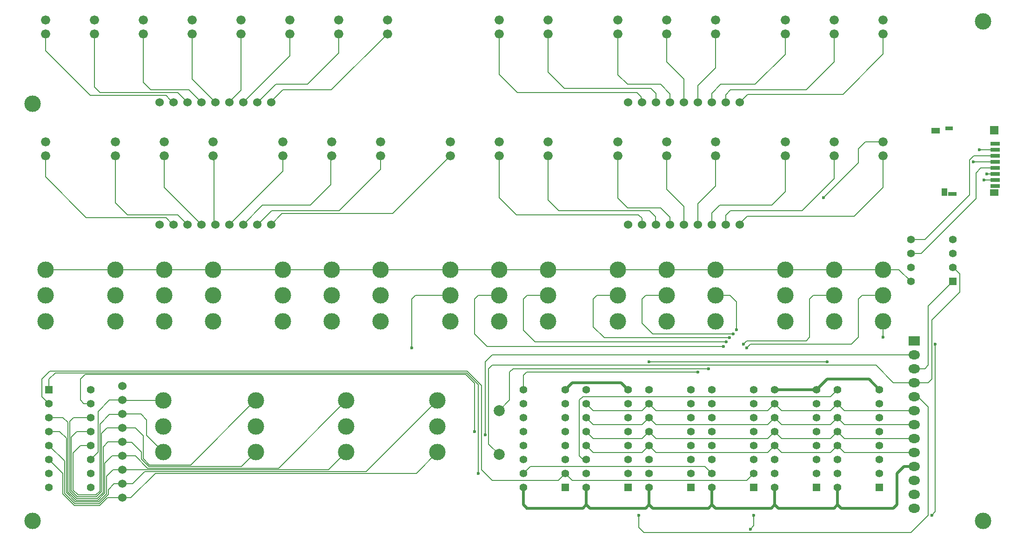
<source format=gtl>
G04*
G04 #@! TF.GenerationSoftware,Altium Limited,Altium Designer,21.4.1 (30)*
G04*
G04 Layer_Physical_Order=1*
G04 Layer_Color=255*
%FSLAX44Y44*%
%MOMM*%
G71*
G04*
G04 #@! TF.SameCoordinates,DE04AE30-6A1C-4D90-925E-84108EEAD676*
G04*
G04*
G04 #@! TF.FilePolarity,Positive*
G04*
G01*
G75*
%ADD17R,1.5000X0.8000*%
%ADD18R,1.4000X0.8000*%
%ADD19R,1.5000X1.3000*%
%ADD20R,1.5000X1.5000*%
%ADD21R,1.0000X1.4500*%
%ADD22R,1.5500X1.0000*%
%ADD23R,1.7500X0.7000*%
%ADD40C,0.1524*%
%ADD41C,0.5000*%
%ADD42C,1.5240*%
%ADD43R,1.3970X1.3970*%
%ADD44C,1.3970*%
%ADD45C,3.0000*%
%ADD46C,2.9997*%
%ADD47C,1.9990*%
%ADD48C,1.6764*%
G04:AMPARAMS|DCode=49|XSize=2.032mm|YSize=1.7272mm|CornerRadius=0.8636mm|HoleSize=0mm|Usage=FLASHONLY|Rotation=0.000|XOffset=0mm|YOffset=0mm|HoleType=Round|Shape=RoundedRectangle|*
%AMROUNDEDRECTD49*
21,1,2.0320,0.0000,0,0,0.0*
21,1,0.3048,1.7272,0,0,0.0*
1,1,1.7272,0.1524,0.0000*
1,1,1.7272,-0.1524,0.0000*
1,1,1.7272,-0.1524,0.0000*
1,1,1.7272,0.1524,0.0000*
%
%ADD49ROUNDEDRECTD49*%
%ADD50R,2.0320X1.7272*%
%ADD51C,0.6000*%
D17*
X1714000Y635500D02*
D03*
D18*
X1707500Y754750D02*
D03*
D19*
X1790000Y638000D02*
D03*
D20*
Y751500D02*
D03*
D21*
X1699000Y638750D02*
D03*
D22*
X1683250Y750750D02*
D03*
D23*
X1791250Y650000D02*
D03*
Y661000D02*
D03*
Y672000D02*
D03*
Y683000D02*
D03*
Y694000D02*
D03*
Y705000D02*
D03*
Y716000D02*
D03*
Y727000D02*
D03*
D40*
X277425Y259825D02*
X277750Y259500D01*
X203000Y260150D02*
X203325Y259825D01*
X277425D01*
X446500Y165500D02*
X446500D01*
X420246Y139246D02*
X446500Y165500D01*
X251504Y139246D02*
X420246D01*
X203000Y133150D02*
X578400D01*
X186150D02*
X203000D01*
X578400D02*
X610750Y165500D01*
X738304Y127054D02*
X776750Y165500D01*
X244352Y130102D02*
X647352D01*
X776750Y259500D01*
X263554Y127054D02*
X738304D01*
X218850Y82350D02*
X263554Y127054D01*
X203000Y82350D02*
X218850D01*
X222000Y107750D02*
X244352Y130102D01*
X203000Y107750D02*
X222000D01*
X241250Y153811D02*
X252766Y142294D01*
X327734D01*
X444939Y259500D01*
X238202Y152548D02*
X251504Y139246D01*
X226700Y158550D02*
X249052Y136198D01*
X487448D01*
X610750Y259500D01*
X203000Y158550D02*
X226700D01*
X444939Y259500D02*
X446500D01*
X175903Y82350D02*
X203000D01*
X162052Y68500D02*
X175903Y82350D01*
X115750Y68500D02*
X162052D01*
X188000Y107750D02*
X203000D01*
X177490Y97240D02*
X188000Y107750D01*
X177490Y88248D02*
Y97240D01*
X160977Y71735D02*
X177490Y88248D01*
X159824Y74892D02*
X174442Y89510D01*
X113500Y96613D02*
X122767Y87346D01*
X165298Y93298D02*
Y199548D01*
X168346Y92036D02*
Y175346D01*
X171394Y90773D02*
Y145394D01*
X121504Y84298D02*
X156298D01*
X155035Y87346D02*
X162250Y94560D01*
X122767Y87346D02*
X155035D01*
X174442Y89510D02*
Y121442D01*
X157561Y81250D02*
X168346Y92036D01*
X158621Y78000D02*
X171394Y90773D01*
X162250Y94560D02*
Y216750D01*
X156298Y84298D02*
X165298Y93298D01*
X120242Y81250D02*
X157561D01*
X117979Y74892D02*
X159824D01*
X119181Y78000D02*
X158621D01*
X116826Y71735D02*
X160977D01*
X174442Y121442D02*
X186150Y133150D01*
X184550Y158550D02*
X203000D01*
X171394Y145394D02*
X184550Y158550D01*
X241250Y153811D02*
Y195250D01*
X220500Y183500D02*
X238202Y165798D01*
Y152548D02*
Y165798D01*
X203450Y183500D02*
X220500D01*
X203000Y183950D02*
X203450Y183500D01*
X227000Y209500D02*
X241250Y195250D01*
X247500Y195750D02*
Y224250D01*
X237000Y234750D02*
X247500Y224250D01*
Y195750D02*
X277750Y165500D01*
X203000Y234750D02*
X237000D01*
X110452Y95351D02*
X121504Y84298D01*
X107404Y94088D02*
X120242Y81250D01*
X176950Y183950D02*
X203000D01*
X168346Y175346D02*
X176950Y183950D01*
X165298Y199548D02*
X175100Y209350D01*
X203000D01*
X203150Y209500D01*
X227000D01*
X104356Y92825D02*
X119181Y78000D01*
X98260Y90301D02*
X116826Y71735D01*
X95212Y89038D02*
X115750Y68500D01*
X101308Y91563D02*
X117979Y74892D01*
X162250Y216750D02*
X180000Y234500D01*
X159202Y239702D02*
X179650Y260150D01*
X159202Y165552D02*
Y239702D01*
X146050Y152400D02*
X159202Y165552D01*
X202750Y234500D02*
X203000Y234750D01*
X180000Y234500D02*
X202750D01*
X179650Y260150D02*
X203000D01*
X146050Y152400D02*
X146050D01*
X1409700Y639700D02*
Y704850D01*
X1385000Y615000D02*
X1409700Y639700D01*
X1310000Y605000D02*
X1440000D01*
X1340000Y595000D02*
X1535000D01*
X1440000Y605000D02*
X1498600Y663600D01*
X1301200Y580000D02*
Y596200D01*
X1535000Y595000D02*
X1587500Y647500D01*
X1301200Y596200D02*
X1310000Y605000D01*
X1326600Y581600D02*
X1340000Y595000D01*
X1290000Y615000D02*
X1385000D01*
X1275800Y600800D02*
X1290000Y615000D01*
X1275800Y580000D02*
Y600800D01*
X1479550Y628650D02*
X1543050Y692150D01*
Y717550D01*
X1498600Y663600D02*
Y704850D01*
X1587500Y647500D02*
Y704850D01*
X1663700Y552450D02*
X1744786Y633536D01*
Y697286D01*
X1638300Y552450D02*
X1663700D01*
X1326600Y580000D02*
Y581600D01*
X1250400Y580000D02*
Y617900D01*
X1282700Y650200D01*
Y704850D01*
X1193800Y643700D02*
X1225000Y612500D01*
Y580000D02*
Y612500D01*
X1193800Y643700D02*
Y704850D01*
X1199600Y580000D02*
Y592900D01*
X1122500Y610000D02*
X1182500D01*
X1199600Y592900D01*
X1104900Y627600D02*
X1122500Y610000D01*
X1104900Y627600D02*
Y704850D01*
X1172500Y595000D02*
X1173750Y593750D01*
Y580450D02*
Y593750D01*
Y580450D02*
X1174200Y580000D01*
X1172500Y595000D02*
X1172500D01*
X1162500Y605000D02*
X1172500Y595000D01*
X997500Y605000D02*
X1162500D01*
X977900Y624600D02*
X997500Y605000D01*
X977900Y624600D02*
Y704850D01*
X920000Y597500D02*
X1142500D01*
X1148800Y591200D01*
X889000Y628500D02*
X920000Y597500D01*
X1148800Y580000D02*
Y591200D01*
X889000Y628500D02*
Y704850D01*
X1514450Y816950D02*
X1587500Y890000D01*
X1326600Y802500D02*
X1341050Y816950D01*
X1514450D01*
X1275800Y802500D02*
Y818300D01*
X1292500Y835000D02*
X1355000D01*
X1275800Y818300D02*
X1292500Y835000D01*
X1355000D02*
X1409700Y889700D01*
Y927100D01*
X1301200Y802500D02*
Y816200D01*
X1310000Y825000D01*
X1447500D01*
X1498600Y876100D02*
Y927100D01*
X1447500Y825000D02*
X1498600Y876100D01*
X1587500Y890000D02*
Y927100D01*
X1250400Y802500D02*
Y832900D01*
X1282700Y865200D02*
Y927100D01*
X1250400Y832900D02*
X1282700Y865200D01*
X1165000Y827500D02*
X1174200Y818300D01*
X1007500Y827500D02*
X1165000D01*
X977900Y857100D02*
X1007500Y827500D01*
X1193800Y876200D02*
X1225000Y845000D01*
Y802500D02*
Y845000D01*
X1193800Y876200D02*
Y927100D01*
X1199600Y802500D02*
Y817900D01*
X1182500Y835000D02*
X1199600Y817900D01*
X1122500Y835000D02*
X1182500D01*
X1104900Y852600D02*
Y927100D01*
Y852600D02*
X1122500Y835000D01*
X1174200Y802500D02*
Y818300D01*
X922500Y820000D02*
X1140000D01*
X1147594Y803706D02*
X1148800Y802500D01*
X1140000Y820000D02*
X1147594Y812406D01*
X889000Y853500D02*
X922500Y820000D01*
X1147594Y803706D02*
Y812406D01*
X977900Y857100D02*
Y927100D01*
X889000Y853500D02*
Y927100D01*
X495300Y677400D02*
Y704850D01*
X397900Y580000D02*
X495300Y677400D01*
X582500Y703150D02*
X584200Y704850D01*
X582500Y652500D02*
Y703150D01*
X545000Y615000D02*
X582500Y652500D01*
X458300Y615000D02*
X545000D01*
X423300Y580000D02*
X458300Y615000D01*
X475000Y605000D02*
X597500D01*
X673100Y680600D01*
X450000Y580000D02*
X475000Y605000D01*
X494100Y600000D02*
X695250D01*
X474100Y580000D02*
X494100Y600000D01*
X695250D02*
X800100Y704850D01*
X448700Y580000D02*
X450000D01*
X673100Y680600D02*
Y704850D01*
X370400Y582100D02*
Y702750D01*
X368300Y704850D02*
X370400Y702750D01*
Y582100D02*
X372500Y580000D01*
X279400Y647700D02*
X347100Y580000D01*
X279400Y647700D02*
Y704850D01*
X212500Y597500D02*
X304200D01*
X321700Y580000D01*
X137500Y592500D02*
X282500D01*
X295000Y580000D01*
X296300D01*
X190500Y619500D02*
Y704850D01*
Y619500D02*
X212500Y597500D01*
X63500Y666500D02*
X137500Y592500D01*
X63500Y666500D02*
Y704850D01*
X474100Y804100D02*
X495000Y825000D01*
X474100Y802500D02*
Y804100D01*
X495000Y825000D02*
X583700D01*
X685800Y927100D01*
X448700Y802500D02*
X450000D01*
X482500Y835000D01*
X540000D01*
X596900Y891900D01*
Y927100D01*
X508000Y887200D02*
Y927100D01*
X423300Y802500D02*
X508000Y887200D01*
X397900Y802900D02*
X419100Y824100D01*
Y927100D01*
X397900Y802500D02*
Y802900D01*
X330200Y844800D02*
Y927100D01*
X352500Y822500D02*
X352500D01*
X330200Y844800D02*
X352500Y822500D01*
X352500D02*
X372500Y802500D01*
X241300Y838700D02*
Y927100D01*
X152500Y830000D02*
Y927000D01*
X152400Y927100D02*
X152500Y927000D01*
X372500Y802500D02*
Y802500D01*
X152500Y830000D02*
X162500Y820000D01*
X241300Y838700D02*
X255000Y825000D01*
X324600D02*
X347100Y802500D01*
X255000Y825000D02*
X324600D01*
X304200Y820000D02*
X321700Y802500D01*
X162500Y820000D02*
X304200D01*
X290000Y807500D02*
X291250Y806250D01*
X282500Y815000D02*
X290000Y807500D01*
X291250Y806250D02*
X292500Y805000D01*
X145000Y815000D02*
X282500D01*
X63500Y896500D02*
X145000Y815000D01*
X63500Y896500D02*
Y927100D01*
X1752500Y705000D02*
X1791250D01*
X1744786Y697286D02*
X1752500Y705000D01*
X1771500Y661000D02*
X1791250D01*
X1765750Y682750D02*
X1791250D01*
X1757000Y674000D02*
X1765750Y682750D01*
X1757000Y626700D02*
Y674000D01*
X1752250Y694000D02*
X1791250D01*
X1657350Y527050D02*
X1757000Y626700D01*
X1638300Y527050D02*
X1657350D01*
X1776250Y672000D02*
X1791250D01*
X1762500Y716000D02*
X1791250D01*
X1162050Y330200D02*
X1485900D01*
X1727200Y457200D02*
Y490300D01*
X1714500Y501650D02*
X1715850D01*
X1727200Y490300D01*
X1155700Y450850D02*
X1193800D01*
X1149350Y444500D02*
X1155700Y450850D01*
X1149350Y400050D02*
X1168400Y381000D01*
X1314750D01*
X1149350Y400050D02*
Y444500D01*
X1670050Y323850D02*
Y431800D01*
X1714500Y476250D01*
X844550Y203200D02*
Y290579D01*
X857250Y133350D02*
Y286500D01*
X81102Y309702D02*
X829737D01*
X828475Y306654D02*
X844550Y290579D01*
X850900Y127000D02*
Y288540D01*
X71450Y312750D02*
X831000D01*
X135204Y306654D02*
X828475D01*
X829737Y309702D02*
X850900Y288540D01*
X831000Y312750D02*
X857250Y286500D01*
X127000Y298450D02*
X135204Y306654D01*
X57150Y298450D02*
X71450Y312750D01*
X69850Y298450D02*
X81102Y309702D01*
X113500Y164300D02*
X127000Y177800D01*
X104356Y92825D02*
Y219494D01*
X95250Y228600D02*
X104356Y219494D01*
X98260Y90301D02*
Y149390D01*
X101308Y91563D02*
Y190792D01*
X69850Y152400D02*
X95212Y127038D01*
X110452Y193002D02*
X120650Y203200D01*
X113500Y96613D02*
Y164300D01*
X107404Y221704D02*
X114300Y228600D01*
X88900Y203200D02*
X101308Y190792D01*
X110452Y95351D02*
Y193002D01*
X95212Y89038D02*
Y127038D01*
X107404Y94088D02*
Y221704D01*
X69850Y177800D02*
X98260Y149390D01*
X120650Y203200D02*
X146050D01*
X1339850Y355600D02*
X1346200Y361950D01*
X1152450Y19050D02*
X1638300D01*
X1143000Y28500D02*
Y50800D01*
Y28500D02*
X1152450Y19050D01*
X933450Y279400D02*
Y305200D01*
X939400Y311150D02*
X1250950D01*
X933450Y305200D02*
X939400Y311150D01*
X57150Y266700D02*
X69850Y254000D01*
X869950Y180350D02*
X889000Y161300D01*
X1587500Y497850D02*
X1616700D01*
X1638300Y476250D01*
X1498600Y497850D02*
X1587500D01*
X1409700D02*
X1498600D01*
X1282700D02*
X1409700D01*
X1193800D02*
X1282700D01*
X1104900D02*
X1193800D01*
X977900D02*
X1104900D01*
X889000D02*
X977900D01*
X800100D02*
X889000D01*
X673100D02*
X800100D01*
X584200D02*
X673100D01*
X495300D02*
X584200D01*
X368300D02*
X495300D01*
X279400D02*
X368300D01*
X190500D02*
X279400D01*
X63500D02*
X190500D01*
X1321000Y388250D02*
Y439000D01*
X1309150Y450850D02*
X1321000Y439000D01*
X1282700Y450850D02*
X1309150D01*
X867300Y358250D02*
X1297000D01*
X844550Y381000D02*
X867300Y358250D01*
X1060450Y393700D02*
X1080650Y373500D01*
X1308250D01*
X933450Y387350D02*
X954300Y366500D01*
X1302250D01*
X114300Y228600D02*
X146050D01*
X127000Y177800D02*
X146050D01*
X69850Y203200D02*
X88900D01*
X69850Y228600D02*
X95250D01*
X908050Y260350D02*
Y311150D01*
X914400Y317500D02*
X1270000D01*
X908050Y311150D02*
X914400Y317500D01*
X889000Y241300D02*
X908050Y260350D01*
X1549400Y450850D02*
X1587500D01*
X1530350Y361950D02*
X1543050Y374650D01*
Y444500D01*
X1549400Y450850D01*
X1346200Y361950D02*
X1530350D01*
X1333500D02*
X1339850Y368300D01*
X1460500Y450850D02*
X1498600D01*
X1447800Y368300D02*
X1454150Y374650D01*
Y444500D01*
X1460500Y450850D01*
X1339850Y368300D02*
X1447800D01*
X1060450Y444500D02*
X1066800Y450850D01*
X1060450Y393700D02*
Y444500D01*
X1066800Y450850D02*
X1104900D01*
X939800D02*
X977900D01*
X933450Y387350D02*
Y444500D01*
X939800Y450850D01*
X844550Y444500D02*
X850900Y450850D01*
X844550Y381000D02*
Y444500D01*
X850900Y450850D02*
X889000D01*
X736600D02*
X800100D01*
X730250Y355600D02*
Y444500D01*
X736600Y450850D01*
X1676400Y406400D02*
X1727200Y457200D01*
X1676400Y298450D02*
Y406400D01*
X1670050Y292100D02*
X1676400Y298450D01*
X1644650Y292100D02*
X1670050D01*
X869950Y180350D02*
Y317500D01*
X876300Y323850D01*
X1574800D01*
X1606550Y292100D01*
X1644650D01*
X1663700Y317500D02*
X1670050Y323850D01*
X1644650Y317500D02*
X1663700D01*
X133350Y254000D02*
X146050D01*
X127000Y260350D02*
Y298450D01*
Y260350D02*
X133350Y254000D01*
X933450Y127000D02*
X946150Y139700D01*
X1263650D02*
X1276350Y127000D01*
X946150Y139700D02*
X1263650D01*
X863600Y330200D02*
X876300Y342900D01*
X863600Y196850D02*
Y330200D01*
X876300Y342900D02*
X1644650D01*
X1682750Y57150D02*
Y361950D01*
X1676400Y50800D02*
X1682750Y57150D01*
X1352550Y31750D02*
Y50800D01*
X1346200Y25400D02*
X1352550Y31750D01*
X69850Y279400D02*
Y298450D01*
X1543050Y717550D02*
X1555750Y730250D01*
X1587500D01*
X1492250Y266700D02*
X1504950Y279400D01*
X1035050Y158750D02*
X1041400Y152400D01*
X1035050Y158750D02*
Y260350D01*
X1041400Y266700D01*
X1492250D01*
X1041400Y152400D02*
X1047750D01*
X1162050Y279400D02*
Y285750D01*
X1587500Y374650D02*
Y403850D01*
X1149350Y165100D02*
X1162050Y177800D01*
X1047750D02*
X1060450Y165100D01*
X1149350D01*
X1377950D02*
X1390650Y177800D01*
X1162050D02*
X1174750Y165100D01*
X1377950D01*
X1492250D02*
X1504950Y177800D01*
X1390650D02*
X1403350Y165100D01*
X1492250D01*
X1504950Y177800D02*
X1517650Y165100D01*
X1644650D01*
X1390650Y203200D02*
X1403350Y190500D01*
X1492250D02*
X1504950Y203200D01*
X1403350Y190500D02*
X1492250D01*
X1162050Y203200D02*
X1174750Y190500D01*
X1377950D02*
X1390650Y203200D01*
X1174750Y190500D02*
X1377950D01*
X1047750Y203200D02*
X1060450Y190500D01*
X1149350D02*
X1162050Y203200D01*
X1060450Y190500D02*
X1149350D01*
X1504950Y203200D02*
X1517650Y190500D01*
X1644650D01*
X1149350Y241300D02*
X1162050Y254000D01*
X1047750D02*
X1060450Y241300D01*
X1149350D01*
X1377950D02*
X1390650Y254000D01*
X1162050D02*
X1174750Y241300D01*
X1377950D01*
X1492250D02*
X1504950Y254000D01*
X1390650D02*
X1403350Y241300D01*
X1492250D01*
X1517650D02*
X1644650D01*
X1504950Y254000D02*
X1517650Y241300D01*
X996950Y114300D02*
X1009650Y127000D01*
X876300Y114300D02*
X996950D01*
X857250Y133350D02*
X876300Y114300D01*
X57150Y266700D02*
Y298450D01*
X1009650Y127000D02*
X1022350Y114300D01*
X1339850D02*
X1352550Y127000D01*
X1022350Y114300D02*
X1339850D01*
X1390650Y228600D02*
X1403350Y215900D01*
X1492250D02*
X1504950Y228600D01*
X1403350Y215900D02*
X1492250D01*
X1162050Y228600D02*
X1174750Y215900D01*
X1377950D02*
X1390650Y228600D01*
X1174750Y215900D02*
X1377950D01*
X1047750Y228600D02*
X1060450Y215900D01*
X1149350D02*
X1162050Y228600D01*
X1060450Y215900D02*
X1149350D01*
X1517650D02*
X1644650D01*
X1504950Y228600D02*
X1517650Y215900D01*
X1638300Y19050D02*
X1670050Y50800D01*
Y247650D01*
X1651000Y266700D02*
X1670050Y247650D01*
X1644650Y266700D02*
X1651000D01*
D41*
X1466850Y279400D02*
X1485900Y298450D01*
X1562100D02*
X1581150Y279400D01*
X1485900Y298450D02*
X1562100D01*
X1009650Y279400D02*
X1022350Y292100D01*
X1111250D02*
X1123950Y279400D01*
X1022350Y292100D02*
X1111250D01*
X1390650Y279400D02*
X1466850D01*
X933450Y69850D02*
Y101600D01*
Y69850D02*
X939800Y63500D01*
X1041400D02*
X1047750Y69850D01*
X939800Y63500D02*
X1041400D01*
X1390650Y69850D02*
X1397000Y63500D01*
X1498600D01*
X1504950Y69850D01*
Y101600D01*
X1276350Y69850D02*
X1282700Y63500D01*
X1390650Y69850D02*
Y101600D01*
X1384300Y63500D02*
X1390650Y69850D01*
X1282700Y63500D02*
X1384300D01*
X1162050Y69850D02*
X1168400Y63500D01*
X1276350Y69850D02*
Y101600D01*
X1270000Y63500D02*
X1276350Y69850D01*
X1168400Y63500D02*
X1270000D01*
X1047750Y69850D02*
Y101600D01*
X1162050Y69850D02*
Y101600D01*
X1155700Y63500D02*
X1162050Y69850D01*
X1054100Y63500D02*
X1155700D01*
X1047750Y69850D02*
X1054100Y63500D01*
X1612900Y127000D02*
X1625600Y139700D01*
X1612900Y69850D02*
Y127000D01*
X1606550Y63500D02*
X1612900Y69850D01*
X1511300Y63500D02*
X1606550D01*
X1504950Y69850D02*
X1511300Y63500D01*
X1625600Y139700D02*
X1644650D01*
D42*
X203000Y183950D02*
D03*
Y209350D02*
D03*
Y234750D02*
D03*
Y260150D02*
D03*
Y285550D02*
D03*
Y158550D02*
D03*
Y133150D02*
D03*
Y107750D02*
D03*
Y82350D02*
D03*
X1326600Y580000D02*
D03*
X1301200D02*
D03*
X1275800D02*
D03*
X1250400D02*
D03*
X1123400D02*
D03*
X1148800D02*
D03*
X1174200D02*
D03*
X1199600D02*
D03*
X1225000D02*
D03*
X1326600Y802500D02*
D03*
X1301200D02*
D03*
X1275800D02*
D03*
X1250400D02*
D03*
X1123400D02*
D03*
X1148800D02*
D03*
X1174200D02*
D03*
X1199600D02*
D03*
X1225000D02*
D03*
X474100D02*
D03*
X448700D02*
D03*
X423300D02*
D03*
X397900D02*
D03*
X270900D02*
D03*
X296300D02*
D03*
X321700D02*
D03*
X347100D02*
D03*
X372500D02*
D03*
X474100Y580000D02*
D03*
X448700D02*
D03*
X423300D02*
D03*
X397900D02*
D03*
X270900D02*
D03*
X296300D02*
D03*
X321700D02*
D03*
X347100D02*
D03*
X372500D02*
D03*
D43*
X1714500Y476250D02*
D03*
X69850Y279400D02*
D03*
X1352550Y101600D02*
D03*
X1009650D02*
D03*
X1466850D02*
D03*
X1123950D02*
D03*
X1581150D02*
D03*
X1238250D02*
D03*
D44*
X1714500Y501650D02*
D03*
Y527050D02*
D03*
Y552450D02*
D03*
X1638300D02*
D03*
Y527050D02*
D03*
Y501650D02*
D03*
Y476250D02*
D03*
X146050Y279400D02*
D03*
Y254000D02*
D03*
Y228600D02*
D03*
Y203200D02*
D03*
Y177800D02*
D03*
Y152400D02*
D03*
Y127000D02*
D03*
Y101600D02*
D03*
X69850D02*
D03*
Y127000D02*
D03*
Y152400D02*
D03*
Y177800D02*
D03*
Y203200D02*
D03*
Y228600D02*
D03*
Y254000D02*
D03*
X1276350Y101600D02*
D03*
Y127000D02*
D03*
Y152400D02*
D03*
Y177800D02*
D03*
Y203200D02*
D03*
Y228600D02*
D03*
Y254000D02*
D03*
Y279400D02*
D03*
X1352550D02*
D03*
Y254000D02*
D03*
Y228600D02*
D03*
Y203200D02*
D03*
Y177800D02*
D03*
Y152400D02*
D03*
Y127000D02*
D03*
X933450Y101600D02*
D03*
Y127000D02*
D03*
Y152400D02*
D03*
Y177800D02*
D03*
Y203200D02*
D03*
Y228600D02*
D03*
Y254000D02*
D03*
Y279400D02*
D03*
X1009650D02*
D03*
Y254000D02*
D03*
Y228600D02*
D03*
Y203200D02*
D03*
Y177800D02*
D03*
Y152400D02*
D03*
Y127000D02*
D03*
X1390650Y101600D02*
D03*
Y127000D02*
D03*
Y152400D02*
D03*
Y177800D02*
D03*
Y203200D02*
D03*
Y228600D02*
D03*
Y254000D02*
D03*
Y279400D02*
D03*
X1466850D02*
D03*
Y254000D02*
D03*
Y228600D02*
D03*
Y203200D02*
D03*
Y177800D02*
D03*
Y152400D02*
D03*
Y127000D02*
D03*
X1047750Y101600D02*
D03*
Y127000D02*
D03*
Y152400D02*
D03*
Y177800D02*
D03*
Y203200D02*
D03*
Y228600D02*
D03*
Y254000D02*
D03*
Y279400D02*
D03*
X1123950D02*
D03*
Y254000D02*
D03*
Y228600D02*
D03*
Y203200D02*
D03*
Y177800D02*
D03*
Y152400D02*
D03*
Y127000D02*
D03*
X1504950Y101600D02*
D03*
Y127000D02*
D03*
Y152400D02*
D03*
Y177800D02*
D03*
Y203200D02*
D03*
Y228600D02*
D03*
Y254000D02*
D03*
Y279400D02*
D03*
X1581150D02*
D03*
Y254000D02*
D03*
Y228600D02*
D03*
Y203200D02*
D03*
Y177800D02*
D03*
Y152400D02*
D03*
Y127000D02*
D03*
X1162050Y101600D02*
D03*
Y127000D02*
D03*
Y152400D02*
D03*
Y177800D02*
D03*
Y203200D02*
D03*
Y228600D02*
D03*
Y254000D02*
D03*
Y279400D02*
D03*
X1238250D02*
D03*
Y254000D02*
D03*
Y228600D02*
D03*
Y203200D02*
D03*
Y177800D02*
D03*
Y152400D02*
D03*
Y127000D02*
D03*
D45*
X1770000Y950000D02*
D03*
X40000Y40000D02*
D03*
Y800000D02*
D03*
X776750Y259500D02*
D03*
Y165500D02*
D03*
Y212500D02*
D03*
X610750Y259500D02*
D03*
Y165500D02*
D03*
Y212500D02*
D03*
X446500Y259500D02*
D03*
Y165500D02*
D03*
Y212500D02*
D03*
X277750Y259500D02*
D03*
Y165500D02*
D03*
Y212500D02*
D03*
X1193800Y497850D02*
D03*
Y403850D02*
D03*
Y450850D02*
D03*
X495300D02*
D03*
Y403850D02*
D03*
Y497850D02*
D03*
X1587500D02*
D03*
Y403850D02*
D03*
Y450850D02*
D03*
X1498600Y497850D02*
D03*
Y403850D02*
D03*
Y450850D02*
D03*
X1409700Y497850D02*
D03*
Y403850D02*
D03*
Y450850D02*
D03*
X1282700Y497850D02*
D03*
Y403850D02*
D03*
Y450850D02*
D03*
X1104900Y497850D02*
D03*
Y403850D02*
D03*
Y450850D02*
D03*
X977900Y497850D02*
D03*
Y403850D02*
D03*
Y450850D02*
D03*
X889000Y497850D02*
D03*
Y403850D02*
D03*
Y450850D02*
D03*
X800100Y497850D02*
D03*
Y403850D02*
D03*
Y450850D02*
D03*
X673100Y497850D02*
D03*
Y403850D02*
D03*
Y450850D02*
D03*
X584200Y497850D02*
D03*
Y403850D02*
D03*
Y450850D02*
D03*
X368300Y497850D02*
D03*
Y403850D02*
D03*
Y450850D02*
D03*
X279400Y497850D02*
D03*
Y403850D02*
D03*
Y450850D02*
D03*
X190500Y497850D02*
D03*
Y403850D02*
D03*
Y450850D02*
D03*
X63500Y497850D02*
D03*
Y403850D02*
D03*
Y450850D02*
D03*
D46*
X1770000Y40000D02*
D03*
D47*
X889000Y241300D02*
D03*
Y161300D02*
D03*
D48*
X800100Y730250D02*
D03*
Y704850D02*
D03*
X1587500D02*
D03*
Y730250D02*
D03*
X1498600Y704850D02*
D03*
Y730250D02*
D03*
X1409700Y704850D02*
D03*
Y730250D02*
D03*
X1282700Y704850D02*
D03*
Y730250D02*
D03*
X1193800Y704850D02*
D03*
Y730250D02*
D03*
X1104900Y704850D02*
D03*
Y730250D02*
D03*
X977900Y704850D02*
D03*
Y730250D02*
D03*
X889000Y704850D02*
D03*
Y730250D02*
D03*
X673100Y704850D02*
D03*
Y730250D02*
D03*
X584200Y704850D02*
D03*
Y730250D02*
D03*
X495300Y704850D02*
D03*
Y730250D02*
D03*
X368300Y704850D02*
D03*
Y730250D02*
D03*
X279400Y704850D02*
D03*
Y730250D02*
D03*
X190500Y704850D02*
D03*
Y730250D02*
D03*
X63500Y704850D02*
D03*
Y730250D02*
D03*
X1587500Y927100D02*
D03*
Y952500D02*
D03*
X1498600Y927100D02*
D03*
Y952500D02*
D03*
X1409700Y927100D02*
D03*
Y952500D02*
D03*
X1282700Y927100D02*
D03*
Y952500D02*
D03*
X1193800Y927100D02*
D03*
Y952500D02*
D03*
X1104900Y927100D02*
D03*
Y952500D02*
D03*
X977900Y927100D02*
D03*
Y952500D02*
D03*
X889000Y927100D02*
D03*
Y952500D02*
D03*
X685800Y927100D02*
D03*
Y952500D02*
D03*
X596900Y927100D02*
D03*
Y952500D02*
D03*
X508000Y927100D02*
D03*
Y952500D02*
D03*
X419100Y927100D02*
D03*
Y952500D02*
D03*
X330200Y927100D02*
D03*
Y952500D02*
D03*
X241300Y927100D02*
D03*
Y952500D02*
D03*
X152400Y927100D02*
D03*
Y952500D02*
D03*
X63500Y927100D02*
D03*
Y952500D02*
D03*
D49*
X1644650Y63500D02*
D03*
Y88900D02*
D03*
Y114300D02*
D03*
Y139700D02*
D03*
Y165100D02*
D03*
Y190500D02*
D03*
Y215900D02*
D03*
Y241300D02*
D03*
Y266700D02*
D03*
Y292100D02*
D03*
Y317500D02*
D03*
Y342900D02*
D03*
D50*
Y368300D02*
D03*
D51*
X1771488Y661000D02*
D03*
X1776250Y672000D02*
D03*
X1752250Y694000D02*
D03*
X1762500Y716000D02*
D03*
X1339850Y355600D02*
D03*
X1297000Y358250D02*
D03*
X1321000Y388250D02*
D03*
X1314750Y381000D02*
D03*
X1308250Y373500D02*
D03*
X1302250Y366500D02*
D03*
X1270000Y317500D02*
D03*
X1250950Y311150D02*
D03*
X1333500Y361950D02*
D03*
X730250Y355600D02*
D03*
X844550Y203200D02*
D03*
X863600Y196850D02*
D03*
X1676400Y50800D02*
D03*
X1682750Y361950D02*
D03*
X1352550Y50800D02*
D03*
X1346200Y25400D02*
D03*
X850900Y127000D02*
D03*
X1479550Y628650D02*
D03*
X1485900Y330200D02*
D03*
X1162050D02*
D03*
X1587500Y374650D02*
D03*
X939800Y63500D02*
D03*
X1143000Y50800D02*
D03*
M02*

</source>
